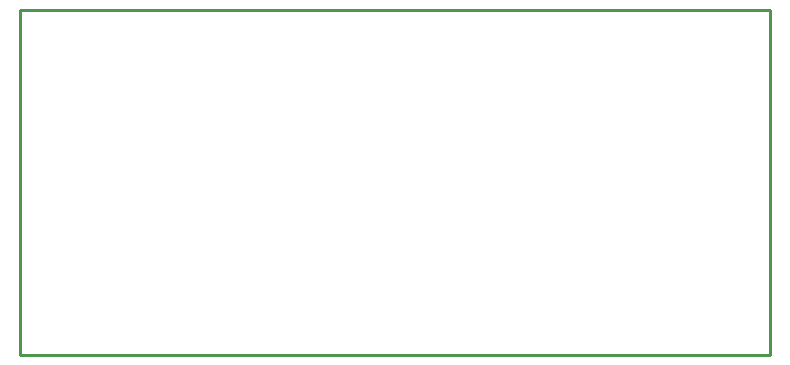
<source format=gbr>
G04 EAGLE Gerber RS-274X export*
G75*
%MOMM*%
%FSLAX34Y34*%
%LPD*%
%IN*%
%IPPOS*%
%AMOC8*
5,1,8,0,0,1.08239X$1,22.5*%
G01*
%ADD10C,0.254000*%


D10*
X0Y0D02*
X635000Y0D01*
X635000Y292100D01*
X0Y292100D01*
X0Y0D01*
M02*

</source>
